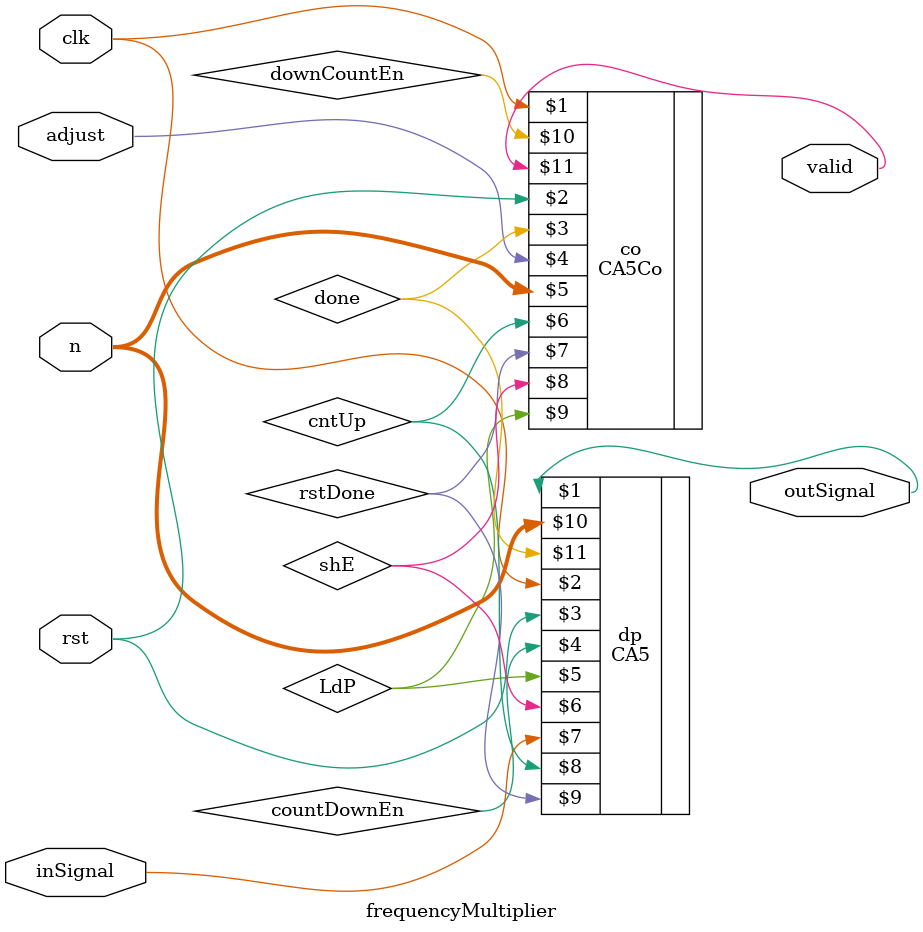
<source format=v>
`timescale 1ns/1ns
module frequencyMultiplier(input clk, rst, inSignal, adjust , input[2:0] n , output reg valid , outSignal);
  reg cntUp, rstDone, shE, LdP, downCountEn;
  reg done;
  CA5 dp (outSignal,clk,rst,countDownEn,LdP,shE,inSignal,cntUp,rstDone,n,done);
  CA5Co co (clk, rst, done, adjust , n , cntUp, rstDone, shE, LdP, downCountEn, valid);
endmodule
</source>
